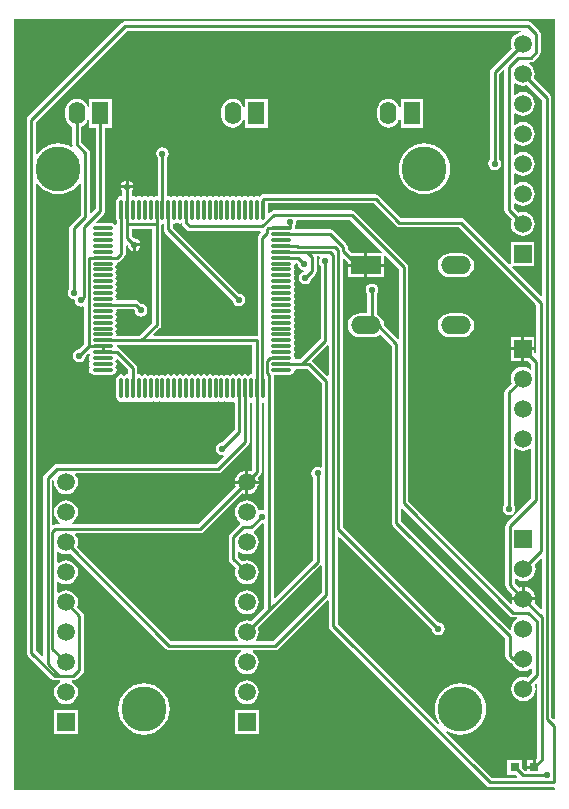
<source format=gtl>
G04*
G04 #@! TF.GenerationSoftware,Altium Limited,Altium Designer,18.1.6 (161)*
G04*
G04 Layer_Physical_Order=1*
G04 Layer_Color=255*
%FSLAX25Y25*%
%MOIN*%
G70*
G01*
G75*
%ADD11C,0.01000*%
%ADD16R,0.03150X0.03150*%
%ADD17O,0.07087X0.01181*%
%ADD18O,0.01181X0.07087*%
%ADD31C,0.06000*%
%ADD32R,0.06000X0.06000*%
%ADD33R,0.05906X0.05906*%
%ADD34C,0.05906*%
%ADD35C,0.15000*%
%ADD36R,0.05500X0.07500*%
%ADD37O,0.05500X0.07500*%
%ADD38R,0.10000X0.06000*%
%ADD39O,0.10000X0.06000*%
%ADD40C,0.02200*%
G36*
X26750Y211412D02*
Y208750D01*
X28971D01*
Y181734D01*
X27491Y180254D01*
X27029Y180446D01*
Y200326D01*
X26913Y200911D01*
X26581Y201407D01*
X24155Y203834D01*
Y209074D01*
X24517Y209224D01*
X25300Y209825D01*
X25902Y210609D01*
X26280Y211521D01*
X26750Y211412D01*
D02*
G37*
G36*
X56442Y176880D02*
X57063Y176756D01*
X57532Y176849D01*
X57619Y176415D01*
X57950Y175919D01*
X59150Y174719D01*
X59646Y174387D01*
X60232Y174271D01*
X83801D01*
X84008Y173771D01*
X83319Y173081D01*
X82987Y172585D01*
X82871Y172000D01*
Y139556D01*
X82627Y139356D01*
X48346D01*
X48154Y139818D01*
X50270Y141934D01*
X50602Y142430D01*
X50718Y143016D01*
Y176334D01*
X51153Y176757D01*
X51157Y176756D01*
X51210Y176767D01*
X51597Y176449D01*
Y174774D01*
X51713Y174189D01*
X52045Y173693D01*
X74464Y151273D01*
X74622Y150481D01*
X75086Y149786D01*
X75781Y149322D01*
X76600Y149159D01*
X77419Y149322D01*
X78114Y149786D01*
X78578Y150481D01*
X78741Y151300D01*
X78578Y152119D01*
X78114Y152814D01*
X77419Y153278D01*
X76627Y153436D01*
X54655Y175408D01*
Y176449D01*
X55042Y176767D01*
X55094Y176756D01*
X55715Y176880D01*
X56079Y177123D01*
X56442Y176880D01*
D02*
G37*
G36*
X47660Y143649D02*
X43367Y139356D01*
X36157D01*
X35840Y139743D01*
X35850Y139795D01*
X35727Y140416D01*
X35484Y140779D01*
X35727Y141143D01*
X35850Y141764D01*
X35727Y142384D01*
X35484Y142748D01*
X35727Y143112D01*
X35850Y143732D01*
X35727Y144353D01*
X35484Y144716D01*
X35727Y145080D01*
X35850Y145701D01*
X35727Y146321D01*
X35484Y146685D01*
X35727Y147049D01*
X35850Y147669D01*
X35840Y147722D01*
X36157Y148108D01*
X41629D01*
X41864Y147873D01*
X42022Y147081D01*
X42486Y146386D01*
X43181Y145922D01*
X44000Y145759D01*
X44819Y145922D01*
X45514Y146386D01*
X45978Y147081D01*
X46141Y147900D01*
X45978Y148719D01*
X45514Y149414D01*
X44819Y149878D01*
X44027Y150036D01*
X43344Y150719D01*
X42847Y151051D01*
X42262Y151167D01*
X36157D01*
X35840Y151554D01*
X35850Y151606D01*
X35727Y152227D01*
X35484Y152591D01*
X35727Y152954D01*
X35850Y153575D01*
X35727Y154195D01*
X35484Y154559D01*
X35727Y154923D01*
X35850Y155543D01*
X35727Y156164D01*
X35484Y156527D01*
X35727Y156891D01*
X35850Y157512D01*
X35727Y158132D01*
X35484Y158496D01*
X35727Y158860D01*
X35850Y159480D01*
X35727Y160101D01*
X35484Y160465D01*
X35727Y160828D01*
X35850Y161449D01*
X35727Y162069D01*
X35484Y162433D01*
X35727Y162797D01*
X35850Y163417D01*
X36262Y163909D01*
X36585Y163973D01*
X37081Y164304D01*
X38459Y165682D01*
X38791Y166179D01*
X38907Y166764D01*
Y169299D01*
X39407Y169577D01*
X39608Y169453D01*
X39722Y168881D01*
X40186Y168186D01*
X40881Y167722D01*
X41200Y167658D01*
Y169700D01*
X41700D01*
Y170200D01*
X43742D01*
X43678Y170519D01*
X43214Y171214D01*
X42519Y171678D01*
X41727Y171836D01*
X40876Y172687D01*
Y175071D01*
X47660D01*
Y143649D01*
D02*
G37*
G36*
X124368Y167269D02*
X124177Y166807D01*
X119465D01*
Y163307D01*
X124965D01*
Y166019D01*
X125426Y166211D01*
X130071Y161566D01*
Y138553D01*
X129609Y138361D01*
X124974Y142996D01*
X124862Y143851D01*
X124459Y144824D01*
X123817Y145660D01*
X122982Y146301D01*
X122529Y146488D01*
Y153109D01*
X122978Y153781D01*
X123141Y154600D01*
X122978Y155419D01*
X122514Y156114D01*
X121819Y156578D01*
X121000Y156741D01*
X120181Y156578D01*
X119486Y156114D01*
X119022Y155419D01*
X118859Y154600D01*
X119022Y153781D01*
X119471Y153109D01*
Y146842D01*
X116965D01*
X115920Y146704D01*
X114947Y146301D01*
X114112Y145660D01*
X113471Y144824D01*
X113068Y143851D01*
X112930Y142807D01*
X113068Y141763D01*
X113471Y140790D01*
X114112Y139954D01*
X114947Y139313D01*
X115920Y138910D01*
X116965Y138772D01*
X120965D01*
X122009Y138910D01*
X122982Y139313D01*
X123745Y139899D01*
X127571Y136074D01*
Y77100D01*
X127687Y76515D01*
X128019Y76019D01*
X165471Y38566D01*
Y32650D01*
X165587Y32064D01*
X165919Y31568D01*
X166919Y30568D01*
X167415Y30237D01*
X167786Y30163D01*
X168006Y29632D01*
X168647Y28797D01*
X169483Y28156D01*
X170456Y27753D01*
X171500Y27615D01*
X172544Y27753D01*
X173517Y28156D01*
X173971Y28504D01*
X174471Y28257D01*
Y26783D01*
X173032Y25345D01*
X172544Y25547D01*
X171500Y25684D01*
X170456Y25547D01*
X169483Y25144D01*
X168647Y24502D01*
X168006Y23667D01*
X167603Y22694D01*
X167465Y21650D01*
X167603Y20605D01*
X168006Y19632D01*
X168647Y18797D01*
X169483Y18156D01*
X170456Y17752D01*
X171500Y17615D01*
X172544Y17752D01*
X173517Y18156D01*
X174353Y18797D01*
X174994Y19632D01*
X175397Y20605D01*
X175534Y21650D01*
X175397Y22694D01*
X175195Y23182D01*
X175609Y23595D01*
X176071Y23404D01*
Y-1365D01*
X175598Y-1837D01*
Y-4500D01*
X175098D01*
Y-5000D01*
X172524D01*
Y-5671D01*
X171936D01*
X171177Y-4912D01*
Y-1925D01*
X166028D01*
Y-7075D01*
X169014D01*
X169448Y-7509D01*
X169257Y-7971D01*
X160933D01*
X145623Y7340D01*
X145924Y7746D01*
X147231Y7047D01*
X148834Y6561D01*
X150500Y6397D01*
X152166Y6561D01*
X153769Y7047D01*
X155245Y7836D01*
X156539Y8899D01*
X157602Y10193D01*
X158391Y11670D01*
X158877Y13272D01*
X159041Y14938D01*
X158877Y16604D01*
X158391Y18207D01*
X157602Y19683D01*
X156539Y20978D01*
X155245Y22040D01*
X153769Y22829D01*
X152166Y23315D01*
X150500Y23479D01*
X148834Y23315D01*
X147231Y22829D01*
X145755Y22040D01*
X144460Y20978D01*
X143398Y19683D01*
X142609Y18207D01*
X142123Y16604D01*
X141959Y14938D01*
X142123Y13272D01*
X142609Y11670D01*
X143308Y10362D01*
X142902Y10061D01*
X109699Y43264D01*
Y72185D01*
X110161Y72377D01*
X140915Y41622D01*
X141072Y40830D01*
X141536Y40136D01*
X142231Y39671D01*
X143050Y39509D01*
X143870Y39671D01*
X144564Y40136D01*
X145029Y40830D01*
X145192Y41650D01*
X145029Y42469D01*
X144564Y43164D01*
X143870Y43628D01*
X143078Y43785D01*
X111299Y75564D01*
Y164785D01*
X111760Y164977D01*
X112965Y163772D01*
Y163307D01*
X118465D01*
Y166807D01*
X114256D01*
X112907Y168156D01*
Y169000D01*
X112791Y169585D01*
X112459Y170081D01*
X108199Y174341D01*
X107703Y174673D01*
X107118Y174789D01*
X95606D01*
X95288Y175176D01*
X95299Y175228D01*
X95229Y175577D01*
Y175809D01*
X95678Y176481D01*
X95841Y177300D01*
X95765Y177684D01*
X96082Y178071D01*
X113567D01*
X124368Y167269D01*
D02*
G37*
G36*
X103626Y165325D02*
X103422Y165019D01*
X103259Y164200D01*
X103422Y163381D01*
X103871Y162709D01*
Y138333D01*
X97019Y131482D01*
X95606D01*
X95288Y131869D01*
X95299Y131921D01*
X95175Y132542D01*
X94933Y132905D01*
X95175Y133269D01*
X95299Y133890D01*
X95175Y134510D01*
X94932Y134874D01*
X95175Y135238D01*
X95299Y135858D01*
X95175Y136479D01*
X94933Y136842D01*
X95175Y137206D01*
X95299Y137827D01*
X95175Y138447D01*
X94932Y138811D01*
X95175Y139175D01*
X95299Y139795D01*
X95175Y140416D01*
X94933Y140779D01*
X95175Y141143D01*
X95299Y141764D01*
X95175Y142384D01*
X94932Y142748D01*
X95175Y143112D01*
X95299Y143732D01*
X95175Y144353D01*
X94933Y144716D01*
X95175Y145080D01*
X95299Y145701D01*
X95175Y146321D01*
X94932Y146685D01*
X95175Y147049D01*
X95299Y147669D01*
X95175Y148290D01*
X94932Y148653D01*
X95175Y149017D01*
X95299Y149638D01*
X95175Y150258D01*
X94933Y150622D01*
X95175Y150986D01*
X95299Y151606D01*
X95175Y152227D01*
X94932Y152591D01*
X95175Y152954D01*
X95299Y153575D01*
X95175Y154195D01*
X94933Y154559D01*
X95175Y154923D01*
X95299Y155543D01*
X95175Y156164D01*
X94932Y156527D01*
X95175Y156891D01*
X95299Y157512D01*
X95175Y158132D01*
X94933Y158496D01*
X95175Y158860D01*
X95299Y159480D01*
X95175Y160101D01*
X94932Y160465D01*
X95175Y160828D01*
X95299Y161449D01*
X95175Y162069D01*
X94933Y162433D01*
X95175Y162797D01*
X95299Y163417D01*
X95765Y163588D01*
X96010Y163599D01*
X96250Y163359D01*
X96408Y162566D01*
X96872Y161872D01*
X97566Y161408D01*
X98135Y161295D01*
X98432Y160811D01*
X98437Y160764D01*
X98390Y160664D01*
X97987Y160584D01*
X97292Y160120D01*
X96828Y159426D01*
X96665Y158606D01*
X96828Y157787D01*
X97292Y157092D01*
X97987Y156628D01*
X98806Y156465D01*
X99626Y156628D01*
X100320Y157092D01*
X100784Y157787D01*
X100942Y158579D01*
X102081Y159719D01*
X102413Y160215D01*
X102529Y160800D01*
Y165577D01*
X102733Y165825D01*
X103359D01*
X103626Y165325D01*
D02*
G37*
G36*
X170701Y240571D02*
X170169Y240501D01*
X169207Y240102D01*
X168382Y239469D01*
X167748Y238643D01*
X167350Y237682D01*
X167214Y236650D01*
X167350Y235618D01*
X167542Y235154D01*
X160819Y228430D01*
X160487Y227934D01*
X160371Y227349D01*
Y198191D01*
X159922Y197519D01*
X159759Y196700D01*
X159922Y195881D01*
X160386Y195186D01*
X161081Y194722D01*
X161900Y194559D01*
X162719Y194722D01*
X163414Y195186D01*
X163878Y195881D01*
X164041Y196700D01*
X163878Y197519D01*
X163429Y198191D01*
Y226715D01*
X164709Y227995D01*
X165171Y227803D01*
Y181150D01*
X165287Y180565D01*
X165619Y180069D01*
X167542Y178146D01*
X167350Y177682D01*
X167214Y176650D01*
X167350Y175618D01*
X167748Y174656D01*
X168382Y173830D01*
X169207Y173197D01*
X170169Y172799D01*
X171201Y172663D01*
X172233Y172799D01*
X173194Y173197D01*
X174020Y173830D01*
X174653Y174656D01*
X175052Y175618D01*
X175188Y176650D01*
X175052Y177682D01*
X174653Y178643D01*
X174020Y179469D01*
X173194Y180102D01*
X172233Y180501D01*
X171201Y180637D01*
X170169Y180501D01*
X169705Y180308D01*
X168229Y181784D01*
Y183317D01*
X168729Y183564D01*
X169207Y183197D01*
X170169Y182799D01*
X171201Y182663D01*
X172233Y182799D01*
X173194Y183197D01*
X174020Y183830D01*
X174653Y184656D01*
X175052Y185618D01*
X175188Y186650D01*
X175052Y187681D01*
X174653Y188643D01*
X174020Y189469D01*
X173194Y190102D01*
X172233Y190501D01*
X171201Y190637D01*
X170169Y190501D01*
X169207Y190102D01*
X168729Y189736D01*
X168229Y189982D01*
Y193317D01*
X168729Y193564D01*
X169207Y193197D01*
X170169Y192799D01*
X171201Y192663D01*
X172233Y192799D01*
X173194Y193197D01*
X174020Y193831D01*
X174653Y194656D01*
X175052Y195618D01*
X175188Y196650D01*
X175052Y197681D01*
X174653Y198643D01*
X174020Y199469D01*
X173194Y200102D01*
X172233Y200501D01*
X171201Y200637D01*
X170169Y200501D01*
X169207Y200102D01*
X168729Y199736D01*
X168229Y199982D01*
Y203317D01*
X168729Y203564D01*
X169207Y203197D01*
X170169Y202799D01*
X171201Y202663D01*
X172233Y202799D01*
X173194Y203197D01*
X174020Y203831D01*
X174653Y204656D01*
X175052Y205618D01*
X175188Y206650D01*
X175052Y207681D01*
X174653Y208643D01*
X174020Y209469D01*
X173194Y210102D01*
X172233Y210501D01*
X171201Y210636D01*
X170169Y210501D01*
X169207Y210102D01*
X168729Y209736D01*
X168229Y209982D01*
Y213317D01*
X168729Y213564D01*
X169207Y213197D01*
X170169Y212799D01*
X171201Y212663D01*
X172233Y212799D01*
X173194Y213197D01*
X174020Y213830D01*
X174653Y214656D01*
X175052Y215618D01*
X175188Y216650D01*
X175052Y217682D01*
X174653Y218643D01*
X174020Y219469D01*
X173194Y220102D01*
X172233Y220501D01*
X171201Y220637D01*
X170169Y220501D01*
X169207Y220102D01*
X168729Y219736D01*
X168229Y219982D01*
Y223317D01*
X168729Y223564D01*
X169207Y223197D01*
X170169Y222799D01*
X171201Y222663D01*
X172233Y222799D01*
X172697Y222991D01*
X177671Y218017D01*
Y152846D01*
X177209Y152654D01*
X167666Y162197D01*
X167873Y162697D01*
X175154D01*
Y170602D01*
X167248D01*
Y163322D01*
X166748Y163115D01*
X151681Y178181D01*
X151185Y178513D01*
X150600Y178629D01*
X130734D01*
X123281Y186081D01*
X122785Y186413D01*
X122200Y186529D01*
X84622D01*
X84037Y186413D01*
X83541Y186081D01*
X83320Y185751D01*
X83274Y185782D01*
X82654Y185905D01*
X82033Y185782D01*
X81669Y185539D01*
X81306Y185782D01*
X80685Y185905D01*
X80064Y185782D01*
X79701Y185539D01*
X79337Y185782D01*
X78717Y185905D01*
X78096Y185782D01*
X77732Y185539D01*
X77369Y185782D01*
X76748Y185905D01*
X76127Y185782D01*
X75764Y185539D01*
X75400Y185782D01*
X74780Y185905D01*
X74159Y185782D01*
X73795Y185539D01*
X73432Y185782D01*
X72811Y185905D01*
X72190Y185782D01*
X71827Y185539D01*
X71463Y185782D01*
X70843Y185905D01*
X70222Y185782D01*
X69858Y185539D01*
X69495Y185782D01*
X68874Y185905D01*
X68253Y185782D01*
X67890Y185539D01*
X67526Y185782D01*
X66906Y185905D01*
X66285Y185782D01*
X65921Y185539D01*
X65558Y185782D01*
X64937Y185905D01*
X64316Y185782D01*
X63953Y185539D01*
X63589Y185782D01*
X62969Y185905D01*
X62348Y185782D01*
X61984Y185539D01*
X61621Y185782D01*
X61000Y185905D01*
X60379Y185782D01*
X60016Y185539D01*
X59652Y185782D01*
X59032Y185905D01*
X58411Y185782D01*
X58047Y185539D01*
X57684Y185782D01*
X57063Y185905D01*
X56442Y185782D01*
X56079Y185539D01*
X55715Y185782D01*
X55094Y185905D01*
X54474Y185782D01*
X54110Y185539D01*
X53747Y185782D01*
X53126Y185905D01*
X53073Y185895D01*
X52687Y186212D01*
Y198509D01*
X53136Y199181D01*
X53298Y200000D01*
X53136Y200819D01*
X52671Y201514D01*
X51977Y201978D01*
X51157Y202141D01*
X50338Y201978D01*
X49643Y201514D01*
X49179Y200819D01*
X49016Y200000D01*
X49179Y199181D01*
X49628Y198509D01*
Y186212D01*
X49242Y185895D01*
X49189Y185905D01*
X48568Y185782D01*
X48205Y185539D01*
X47841Y185782D01*
X47220Y185905D01*
X46600Y185782D01*
X46236Y185539D01*
X45873Y185782D01*
X45252Y185905D01*
X44631Y185782D01*
X44268Y185539D01*
X43904Y185782D01*
X43283Y185905D01*
X42663Y185782D01*
X42299Y185539D01*
X41936Y185782D01*
X41315Y185905D01*
X41262Y185895D01*
X40876Y186212D01*
Y187559D01*
X41325Y188231D01*
X41388Y188550D01*
X37305D01*
X37368Y188231D01*
X37817Y187559D01*
Y186212D01*
X37431Y185895D01*
X37378Y185905D01*
X36757Y185782D01*
X36231Y185430D01*
X35880Y184904D01*
X35756Y184283D01*
Y178378D01*
X35849Y177914D01*
Y176566D01*
X35495Y176423D01*
X35349Y176393D01*
X34849Y176726D01*
X34228Y176850D01*
X29066D01*
X28875Y177312D01*
X31581Y180019D01*
X31913Y180515D01*
X32029Y181100D01*
Y208750D01*
X34250D01*
Y218250D01*
X26750D01*
Y215588D01*
X26280Y215479D01*
X25902Y216391D01*
X25300Y217175D01*
X24517Y217776D01*
X23605Y218154D01*
X22626Y218282D01*
X21647Y218154D01*
X20735Y217776D01*
X19951Y217175D01*
X19350Y216391D01*
X18972Y215479D01*
X18844Y214500D01*
Y212500D01*
X18972Y211521D01*
X19350Y210609D01*
X19951Y209825D01*
X20735Y209224D01*
X21097Y209074D01*
Y203200D01*
X21197Y202694D01*
X21022Y202489D01*
X20796Y202342D01*
X19769Y202891D01*
X18166Y203377D01*
X16500Y203541D01*
X14834Y203377D01*
X13231Y202891D01*
X11755Y202102D01*
X10460Y201040D01*
X9529Y199905D01*
X9029Y200084D01*
Y210767D01*
X39334Y241071D01*
X170668D01*
X170701Y240571D01*
D02*
G37*
G36*
X129019Y176019D02*
X129515Y175687D01*
X130100Y175571D01*
X149967D01*
X175771Y149767D01*
Y133716D01*
X175271Y133452D01*
X175154Y133532D01*
Y134500D01*
X171701D01*
Y131047D01*
X172991D01*
X174171Y129867D01*
Y128334D01*
X173671Y128087D01*
X173194Y128453D01*
X172233Y128851D01*
X171201Y128987D01*
X170169Y128851D01*
X169207Y128453D01*
X168382Y127819D01*
X167748Y126993D01*
X167350Y126032D01*
X167214Y125000D01*
X167350Y123968D01*
X167542Y123504D01*
X165619Y121581D01*
X165287Y121084D01*
X165171Y120499D01*
Y83091D01*
X164722Y82419D01*
X164559Y81600D01*
X164722Y80781D01*
X165186Y80086D01*
X165881Y79622D01*
X166700Y79459D01*
X167519Y79622D01*
X168214Y80086D01*
X168678Y80781D01*
X168841Y81600D01*
X168678Y82419D01*
X168229Y83091D01*
Y101667D01*
X168729Y101914D01*
X169207Y101547D01*
X170169Y101149D01*
X171201Y101013D01*
X172233Y101149D01*
X173194Y101547D01*
X173671Y101913D01*
X174171Y101666D01*
Y85156D01*
X165919Y76904D01*
X165587Y76408D01*
X165471Y75823D01*
Y56150D01*
X165587Y55564D01*
X165919Y55068D01*
X167805Y53182D01*
X167603Y52694D01*
X167531Y52150D01*
X171000D01*
Y55618D01*
X170456Y55547D01*
X169968Y55345D01*
X168529Y56783D01*
Y58257D01*
X169029Y58504D01*
X169483Y58156D01*
X170456Y57753D01*
X171500Y57615D01*
X172544Y57753D01*
X173517Y58156D01*
X174353Y58797D01*
X174994Y59632D01*
X175397Y60605D01*
X175534Y61650D01*
X175397Y62694D01*
X175195Y63182D01*
X177209Y65195D01*
X177671Y65004D01*
Y48295D01*
X177209Y48104D01*
X175195Y50117D01*
X175397Y50605D01*
X175469Y51150D01*
X167531D01*
X167603Y50605D01*
X167771Y50199D01*
X167348Y49915D01*
X133129Y84133D01*
Y162200D01*
X133013Y162785D01*
X132681Y163281D01*
X115281Y180681D01*
X114785Y181013D01*
X114200Y181129D01*
X88275D01*
X87690Y181013D01*
X87194Y180681D01*
X86706Y180193D01*
X86244Y180385D01*
Y183471D01*
X121566D01*
X129019Y176019D01*
D02*
G37*
G36*
X81116Y126765D02*
X80730Y126447D01*
X80685Y126456D01*
X80064Y126333D01*
X79701Y126090D01*
X79337Y126333D01*
X78717Y126456D01*
X78096Y126333D01*
X77732Y126090D01*
X77369Y126333D01*
X76748Y126456D01*
X76127Y126333D01*
X75764Y126090D01*
X75400Y126333D01*
X74780Y126456D01*
X74159Y126333D01*
X73795Y126090D01*
X73432Y126333D01*
X72811Y126456D01*
X72190Y126333D01*
X71827Y126090D01*
X71463Y126333D01*
X70843Y126456D01*
X70222Y126333D01*
X69858Y126090D01*
X69495Y126333D01*
X68874Y126456D01*
X68253Y126333D01*
X67890Y126090D01*
X67526Y126333D01*
X66906Y126456D01*
X66285Y126333D01*
X65921Y126090D01*
X65558Y126333D01*
X64937Y126456D01*
X64316Y126333D01*
X63953Y126090D01*
X63589Y126333D01*
X62969Y126456D01*
X62348Y126333D01*
X61984Y126090D01*
X61621Y126333D01*
X61000Y126456D01*
X60379Y126333D01*
X60016Y126090D01*
X59652Y126333D01*
X59032Y126456D01*
X58411Y126333D01*
X58047Y126090D01*
X57684Y126333D01*
X57063Y126456D01*
X56442Y126333D01*
X56079Y126090D01*
X55715Y126333D01*
X55094Y126456D01*
X54474Y126333D01*
X54110Y126090D01*
X53747Y126333D01*
X53126Y126456D01*
X52505Y126333D01*
X52142Y126090D01*
X51778Y126333D01*
X51157Y126456D01*
X50537Y126333D01*
X50173Y126090D01*
X49810Y126333D01*
X49189Y126456D01*
X48568Y126333D01*
X48205Y126090D01*
X47841Y126333D01*
X47220Y126456D01*
X46600Y126333D01*
X46236Y126090D01*
X45873Y126333D01*
X45252Y126456D01*
X44631Y126333D01*
X44268Y126090D01*
X43904Y126333D01*
X43283Y126456D01*
X43231Y126446D01*
X42844Y126763D01*
Y128575D01*
X42728Y129160D01*
X42396Y129656D01*
X37081Y134971D01*
X36585Y135303D01*
X36262Y135367D01*
X35850Y135858D01*
X35840Y135911D01*
X36157Y136297D01*
X81100D01*
X81116Y126765D01*
D02*
G37*
G36*
X10460Y188961D02*
X11755Y187898D01*
X13231Y187109D01*
X14834Y186623D01*
X16500Y186459D01*
X18166Y186623D01*
X19769Y187109D01*
X21245Y187898D01*
X22539Y188961D01*
X23471Y190095D01*
X23971Y189916D01*
Y179734D01*
X20619Y176381D01*
X20287Y175885D01*
X20171Y175300D01*
Y155097D01*
X19722Y154426D01*
X19559Y153606D01*
X19722Y152787D01*
X20186Y152092D01*
X20881Y151628D01*
X21700Y151465D01*
X21900Y150995D01*
X22022Y150381D01*
X22486Y149686D01*
X23181Y149222D01*
X24000Y149059D01*
X24571Y149172D01*
X25071Y148834D01*
Y136492D01*
X23423Y134844D01*
X22631Y134687D01*
X21936Y134223D01*
X21472Y133528D01*
X21309Y132709D01*
X21472Y131889D01*
X21936Y131195D01*
X22631Y130730D01*
X23450Y130568D01*
X24270Y130730D01*
X24964Y131195D01*
X25429Y131889D01*
X25586Y132682D01*
X26342Y133437D01*
X26756Y133311D01*
X26847Y133235D01*
X27068Y132905D01*
X26825Y132542D01*
X26701Y131921D01*
X26825Y131301D01*
X27068Y130937D01*
X26825Y130573D01*
X26701Y129953D01*
X26825Y129332D01*
X27068Y128968D01*
X26825Y128605D01*
X26701Y127984D01*
X26825Y127364D01*
X27176Y126838D01*
X27702Y126486D01*
X28323Y126363D01*
X34228D01*
X34849Y126486D01*
X35375Y126838D01*
X35727Y127364D01*
X35850Y127984D01*
X35727Y128605D01*
X35484Y128968D01*
X35727Y129332D01*
X35850Y129953D01*
X35727Y130573D01*
X35484Y130937D01*
X35727Y131301D01*
X35739Y131364D01*
X36218Y131509D01*
X39786Y127941D01*
Y126763D01*
X39399Y126446D01*
X39346Y126456D01*
X38726Y126333D01*
X38362Y126090D01*
X37999Y126333D01*
X37378Y126456D01*
X36757Y126333D01*
X36231Y125981D01*
X35880Y125455D01*
X35756Y124835D01*
Y118929D01*
X35880Y118308D01*
X36231Y117782D01*
X36757Y117431D01*
X37378Y117307D01*
X37999Y117431D01*
X38362Y117674D01*
X38726Y117431D01*
X39346Y117307D01*
X39967Y117431D01*
X40331Y117674D01*
X40694Y117431D01*
X41315Y117307D01*
X41936Y117431D01*
X42299Y117674D01*
X42663Y117431D01*
X43283Y117307D01*
X43904Y117431D01*
X44268Y117674D01*
X44631Y117431D01*
X45252Y117307D01*
X45873Y117431D01*
X46236Y117674D01*
X46600Y117431D01*
X47220Y117307D01*
X47841Y117431D01*
X48205Y117674D01*
X48568Y117431D01*
X49189Y117307D01*
X49810Y117431D01*
X50173Y117674D01*
X50537Y117431D01*
X51157Y117307D01*
X51778Y117431D01*
X52142Y117674D01*
X52505Y117431D01*
X53126Y117307D01*
X53747Y117431D01*
X54110Y117674D01*
X54474Y117431D01*
X55094Y117307D01*
X55715Y117431D01*
X56079Y117674D01*
X56442Y117431D01*
X57063Y117307D01*
X57684Y117431D01*
X58047Y117674D01*
X58411Y117431D01*
X59032Y117307D01*
X59652Y117431D01*
X60016Y117674D01*
X60379Y117431D01*
X61000Y117307D01*
X61621Y117431D01*
X61984Y117674D01*
X62348Y117431D01*
X62969Y117307D01*
X63589Y117431D01*
X63953Y117674D01*
X64316Y117431D01*
X64937Y117307D01*
X65558Y117431D01*
X65921Y117674D01*
X66285Y117431D01*
X66906Y117307D01*
X67526Y117431D01*
X67890Y117674D01*
X68253Y117431D01*
X68874Y117307D01*
X69495Y117431D01*
X69858Y117674D01*
X70222Y117431D01*
X70843Y117307D01*
X71463Y117431D01*
X71827Y117674D01*
X72190Y117431D01*
X72811Y117307D01*
X73432Y117431D01*
X73795Y117674D01*
X74159Y117431D01*
X74780Y117307D01*
X74832Y117318D01*
X75219Y117001D01*
Y107982D01*
X71073Y103836D01*
X70281Y103678D01*
X69586Y103214D01*
X69122Y102519D01*
X68959Y101700D01*
X69122Y100881D01*
X69586Y100186D01*
X70281Y99722D01*
X71100Y99559D01*
X71481Y99635D01*
X71728Y99174D01*
X69183Y96629D01*
X16000D01*
X15415Y96513D01*
X14919Y96181D01*
X11819Y93081D01*
X11487Y92585D01*
X11371Y92000D01*
Y32646D01*
X10909Y32454D01*
X9029Y34334D01*
Y189916D01*
X9529Y190095D01*
X10460Y188961D01*
D02*
G37*
G36*
X106640Y136070D02*
Y126129D01*
X106178Y125938D01*
X101081Y131034D01*
X101065Y131202D01*
X106140Y136277D01*
X106640Y136070D01*
D02*
G37*
G36*
X85123Y117013D02*
Y81587D01*
X84623Y81177D01*
X84300Y81241D01*
X83709Y81124D01*
X83165Y81423D01*
X83151Y81532D01*
X82753Y82493D01*
X82119Y83319D01*
X81293Y83953D01*
X80332Y84351D01*
X79300Y84487D01*
X78268Y84351D01*
X77307Y83953D01*
X76481Y83319D01*
X75847Y82493D01*
X75449Y81532D01*
X75313Y80500D01*
X75449Y79468D01*
X75847Y78507D01*
X76481Y77681D01*
X77032Y77258D01*
X77016Y76647D01*
X76919Y76581D01*
X73719Y73381D01*
X73387Y72885D01*
X73271Y72300D01*
Y65000D01*
X73387Y64415D01*
X73719Y63919D01*
X75641Y61996D01*
X75449Y61532D01*
X75313Y60500D01*
X75449Y59468D01*
X75847Y58507D01*
X76481Y57681D01*
X77307Y57047D01*
X78268Y56649D01*
X79300Y56513D01*
X80332Y56649D01*
X81293Y57047D01*
X82119Y57681D01*
X82753Y58507D01*
X83151Y59468D01*
X83287Y60500D01*
X83151Y61532D01*
X82753Y62493D01*
X82119Y63319D01*
X81293Y63953D01*
X80332Y64351D01*
X79300Y64487D01*
X78268Y64351D01*
X77804Y64159D01*
X76329Y65633D01*
Y67167D01*
X76829Y67413D01*
X77307Y67047D01*
X78268Y66649D01*
X79300Y66513D01*
X80332Y66649D01*
X81293Y67047D01*
X82119Y67681D01*
X82753Y68507D01*
X83151Y69468D01*
X83287Y70500D01*
X83151Y71532D01*
X82753Y72493D01*
X82119Y73319D01*
X81615Y73706D01*
X81635Y74321D01*
X81781Y74419D01*
X84327Y76964D01*
X84623Y77023D01*
X85123Y76613D01*
Y48486D01*
X80796Y44159D01*
X80332Y44351D01*
X79300Y44487D01*
X78268Y44351D01*
X77307Y43953D01*
X76481Y43319D01*
X75847Y42493D01*
X75449Y41532D01*
X75313Y40500D01*
X75449Y39468D01*
X75847Y38507D01*
X76213Y38029D01*
X75967Y37529D01*
X54133D01*
X22659Y69004D01*
X22851Y69468D01*
X22987Y70500D01*
X22851Y71532D01*
X22453Y72493D01*
X22087Y72971D01*
X22333Y73471D01*
X63800D01*
X64385Y73587D01*
X64881Y73919D01*
X77804Y86841D01*
X78268Y86649D01*
X78800Y86579D01*
Y90000D01*
X75379D01*
X75449Y89468D01*
X75641Y89004D01*
X63166Y76529D01*
X21050D01*
X20950Y77029D01*
X20993Y77047D01*
X21819Y77681D01*
X22453Y78507D01*
X22851Y79468D01*
X22987Y80500D01*
X22851Y81532D01*
X22453Y82493D01*
X21819Y83319D01*
X20993Y83953D01*
X20032Y84351D01*
X19000Y84487D01*
X17968Y84351D01*
X17007Y83953D01*
X16181Y83319D01*
X15547Y82493D01*
X15149Y81532D01*
X15013Y80500D01*
X15149Y79468D01*
X15547Y78507D01*
X16181Y77681D01*
X17007Y77047D01*
X17050Y77029D01*
X16950Y76529D01*
X15500D01*
X14929Y76416D01*
X14840Y76402D01*
X14429Y76682D01*
Y91143D01*
X14611Y91275D01*
X15079Y90997D01*
X15013Y90500D01*
X15149Y89468D01*
X15547Y88507D01*
X16181Y87681D01*
X17007Y87047D01*
X17968Y86649D01*
X19000Y86513D01*
X20032Y86649D01*
X20993Y87047D01*
X21819Y87681D01*
X22453Y88507D01*
X22851Y89468D01*
X22987Y90500D01*
X22851Y91532D01*
X22453Y92493D01*
X22010Y93071D01*
X22256Y93571D01*
X69817D01*
X70402Y93687D01*
X70898Y94019D01*
X79798Y102919D01*
X80130Y103415D01*
X80246Y104000D01*
Y117001D01*
X80633Y117318D01*
X80685Y117307D01*
X80738Y117318D01*
X81124Y117001D01*
Y94487D01*
X80796Y94159D01*
X80332Y94351D01*
X79800Y94421D01*
Y91000D01*
X83221D01*
X83151Y91532D01*
X82959Y91996D01*
X83735Y92772D01*
X84067Y93268D01*
X84183Y93854D01*
Y117001D01*
X84570Y117318D01*
X84622Y117307D01*
X84737Y117330D01*
X85123Y117013D01*
D02*
G37*
G36*
X104271Y123519D02*
Y95640D01*
X103830Y95404D01*
X103719Y95478D01*
X102900Y95641D01*
X102081Y95478D01*
X101386Y95014D01*
X100922Y94319D01*
X100759Y93500D01*
X100922Y92681D01*
X101371Y92009D01*
Y64733D01*
X88644Y52007D01*
X88182Y52198D01*
Y126147D01*
X88359Y126363D01*
X93677D01*
X94298Y126486D01*
X94824Y126838D01*
X95175Y127364D01*
X95299Y127984D01*
X95288Y128037D01*
X95606Y128423D01*
X99366D01*
X104271Y123519D01*
D02*
G37*
G36*
X166919Y46019D02*
X167415Y45687D01*
X168000Y45571D01*
X169256D01*
X169311Y45467D01*
X169388Y45071D01*
X168647Y44502D01*
X168006Y43667D01*
X167603Y42694D01*
X167465Y41650D01*
X167478Y41554D01*
X167030Y41333D01*
X130629Y77733D01*
Y81654D01*
X131091Y81846D01*
X166919Y46019D01*
D02*
G37*
G36*
X104271Y62601D02*
Y53633D01*
X88166Y37529D01*
X82633D01*
X82387Y38029D01*
X82753Y38507D01*
X83151Y39468D01*
X83287Y40500D01*
X83151Y41532D01*
X82959Y41996D01*
X87734Y46771D01*
X103771Y62808D01*
X104271Y62601D01*
D02*
G37*
G36*
X181971Y11746D02*
X181509Y11554D01*
X180729Y12333D01*
Y218650D01*
X180613Y219236D01*
X180281Y219732D01*
X174860Y225154D01*
X175052Y225618D01*
X175188Y226650D01*
X175052Y227681D01*
X174653Y228643D01*
X174020Y229469D01*
X173236Y230071D01*
X173235Y230127D01*
X173573Y230571D01*
X174000D01*
X174585Y230687D01*
X175081Y231019D01*
X176781Y232719D01*
X177113Y233215D01*
X177229Y233800D01*
Y240000D01*
X177113Y240585D01*
X176781Y241081D01*
X174181Y243681D01*
X173685Y244013D01*
X173100Y244129D01*
X38700D01*
X38115Y244013D01*
X37619Y243681D01*
X6419Y212481D01*
X6087Y211985D01*
X5971Y211400D01*
Y33700D01*
X6087Y33115D01*
X6419Y32619D01*
X14119Y24919D01*
X14615Y24587D01*
X15200Y24471D01*
X16950D01*
X17050Y23971D01*
X17007Y23953D01*
X16181Y23319D01*
X15547Y22493D01*
X15149Y21532D01*
X15013Y20500D01*
X15149Y19468D01*
X15547Y18507D01*
X16181Y17681D01*
X17007Y17047D01*
X17968Y16649D01*
X19000Y16513D01*
X20032Y16649D01*
X20993Y17047D01*
X21819Y17681D01*
X22453Y18507D01*
X22851Y19468D01*
X22987Y20500D01*
X22851Y21532D01*
X22453Y22493D01*
X21819Y23319D01*
X20993Y23953D01*
X20950Y23971D01*
X21050Y24471D01*
X21500D01*
X22085Y24587D01*
X22581Y24919D01*
X24581Y26919D01*
X24913Y27415D01*
X25029Y28000D01*
Y46000D01*
X24913Y46585D01*
X24581Y47081D01*
X22659Y49004D01*
X22851Y49468D01*
X22987Y50500D01*
X22851Y51532D01*
X22453Y52493D01*
X21819Y53319D01*
X20993Y53953D01*
X20032Y54351D01*
X19000Y54487D01*
X17968Y54351D01*
X17007Y53953D01*
X16529Y53587D01*
X16029Y53833D01*
Y57167D01*
X16529Y57413D01*
X17007Y57047D01*
X17968Y56649D01*
X19000Y56513D01*
X20032Y56649D01*
X20993Y57047D01*
X21819Y57681D01*
X22453Y58507D01*
X22851Y59468D01*
X22987Y60500D01*
X22851Y61532D01*
X22453Y62493D01*
X21819Y63319D01*
X20993Y63953D01*
X20032Y64351D01*
X19000Y64487D01*
X17968Y64351D01*
X17007Y63953D01*
X16529Y63587D01*
X16029Y63833D01*
Y67167D01*
X16529Y67413D01*
X17007Y67047D01*
X17968Y66649D01*
X19000Y66513D01*
X20032Y66649D01*
X20496Y66841D01*
X52419Y34919D01*
X52915Y34587D01*
X53500Y34471D01*
X77250D01*
X77350Y33971D01*
X77307Y33953D01*
X76481Y33319D01*
X75847Y32493D01*
X75449Y31532D01*
X75313Y30500D01*
X75449Y29468D01*
X75847Y28507D01*
X76481Y27681D01*
X77307Y27047D01*
X78268Y26649D01*
X79300Y26513D01*
X80332Y26649D01*
X81293Y27047D01*
X82119Y27681D01*
X82753Y28507D01*
X83151Y29468D01*
X83287Y30500D01*
X83151Y31532D01*
X82753Y32493D01*
X82119Y33319D01*
X81293Y33953D01*
X81250Y33971D01*
X81350Y34471D01*
X88800D01*
X89385Y34587D01*
X89881Y34919D01*
X106178Y51215D01*
X106640Y51024D01*
Y42631D01*
X106756Y42046D01*
X107088Y41549D01*
X159219Y-10581D01*
X159715Y-10913D01*
X160300Y-11029D01*
X181600D01*
X181971Y-11333D01*
Y-11971D01*
X1529D01*
Y244971D01*
X181971D01*
Y11746D01*
D02*
G37*
%LPC*%
G36*
X43742Y169200D02*
X42200D01*
Y167658D01*
X42519Y167722D01*
X43214Y168186D01*
X43678Y168881D01*
X43742Y169200D01*
D02*
G37*
G36*
X124965Y162307D02*
X119465D01*
Y158807D01*
X124965D01*
Y162307D01*
D02*
G37*
G36*
X118465D02*
X112965D01*
Y158807D01*
X118465D01*
Y162307D01*
D02*
G37*
G36*
X174598Y-1925D02*
X172524D01*
Y-4000D01*
X174598D01*
Y-1925D01*
D02*
G37*
G36*
X126500Y218282D02*
X125521Y218154D01*
X124609Y217776D01*
X123826Y217175D01*
X123224Y216391D01*
X122846Y215479D01*
X122718Y214500D01*
Y212500D01*
X122846Y211521D01*
X123224Y210609D01*
X123826Y209825D01*
X124609Y209224D01*
X125521Y208846D01*
X126500Y208718D01*
X127479Y208846D01*
X128391Y209224D01*
X129174Y209825D01*
X129776Y210609D01*
X130154Y211521D01*
X130624Y211412D01*
Y208750D01*
X138124D01*
Y218250D01*
X130624D01*
Y215588D01*
X130154Y215479D01*
X129776Y216391D01*
X129174Y217175D01*
X128391Y217776D01*
X127479Y218154D01*
X126500Y218282D01*
D02*
G37*
G36*
X74563D02*
X73584Y218154D01*
X72672Y217776D01*
X71889Y217175D01*
X71287Y216391D01*
X70910Y215479D01*
X70781Y214500D01*
Y212500D01*
X70910Y211521D01*
X71287Y210609D01*
X71889Y209825D01*
X72672Y209224D01*
X73584Y208846D01*
X74563Y208718D01*
X75542Y208846D01*
X76454Y209224D01*
X77237Y209825D01*
X77839Y210609D01*
X78216Y211521D01*
X78687Y211412D01*
Y208750D01*
X86187D01*
Y218250D01*
X78687D01*
Y215588D01*
X78216Y215479D01*
X77839Y216391D01*
X77237Y217175D01*
X76454Y217776D01*
X75542Y218154D01*
X74563Y218282D01*
D02*
G37*
G36*
X39846Y191092D02*
Y189550D01*
X41388D01*
X41325Y189870D01*
X40860Y190564D01*
X40166Y191029D01*
X39846Y191092D01*
D02*
G37*
G36*
X38846D02*
X38527Y191029D01*
X37832Y190564D01*
X37368Y189870D01*
X37305Y189550D01*
X38846D01*
Y191092D01*
D02*
G37*
G36*
X138500Y203541D02*
X136834Y203377D01*
X135231Y202891D01*
X133755Y202102D01*
X132460Y201040D01*
X131398Y199745D01*
X130609Y198269D01*
X130123Y196666D01*
X129959Y195000D01*
X130123Y193334D01*
X130609Y191731D01*
X131398Y190255D01*
X132460Y188961D01*
X133755Y187898D01*
X135231Y187109D01*
X136834Y186623D01*
X138500Y186459D01*
X140166Y186623D01*
X141769Y187109D01*
X143245Y187898D01*
X144539Y188961D01*
X145602Y190255D01*
X146391Y191731D01*
X146877Y193334D01*
X147041Y195000D01*
X146877Y196666D01*
X146391Y198269D01*
X145602Y199745D01*
X144539Y201040D01*
X143245Y202102D01*
X141769Y202891D01*
X140166Y203377D01*
X138500Y203541D01*
D02*
G37*
G36*
X150965Y166841D02*
X146965D01*
X145920Y166704D01*
X144947Y166301D01*
X144112Y165660D01*
X143471Y164824D01*
X143068Y163851D01*
X142930Y162807D01*
X143068Y161763D01*
X143471Y160790D01*
X144112Y159954D01*
X144947Y159313D01*
X145920Y158910D01*
X146965Y158773D01*
X150965D01*
X152009Y158910D01*
X152982Y159313D01*
X153817Y159954D01*
X154459Y160790D01*
X154862Y161763D01*
X154999Y162807D01*
X154862Y163851D01*
X154459Y164824D01*
X153817Y165660D01*
X152982Y166301D01*
X152009Y166704D01*
X150965Y166841D01*
D02*
G37*
G36*
Y146842D02*
X146965D01*
X145920Y146704D01*
X144947Y146301D01*
X144112Y145660D01*
X143471Y144824D01*
X143068Y143851D01*
X142930Y142807D01*
X143068Y141763D01*
X143471Y140790D01*
X144112Y139954D01*
X144947Y139313D01*
X145920Y138910D01*
X146965Y138772D01*
X150965D01*
X152009Y138910D01*
X152982Y139313D01*
X153817Y139954D01*
X154459Y140790D01*
X154862Y141763D01*
X154999Y142807D01*
X154862Y143851D01*
X154459Y144824D01*
X153817Y145660D01*
X152982Y146301D01*
X152009Y146704D01*
X150965Y146842D01*
D02*
G37*
G36*
X175154Y138953D02*
X171701D01*
Y135500D01*
X175154D01*
Y138953D01*
D02*
G37*
G36*
X170701D02*
X167248D01*
Y135500D01*
X170701D01*
Y138953D01*
D02*
G37*
G36*
Y134500D02*
X167248D01*
Y131047D01*
X170701D01*
Y134500D01*
D02*
G37*
G36*
X172000Y55618D02*
Y52150D01*
X175469D01*
X175397Y52694D01*
X174994Y53667D01*
X174353Y54502D01*
X173517Y55144D01*
X172544Y55547D01*
X172000Y55618D01*
D02*
G37*
G36*
X78800Y94421D02*
X78268Y94351D01*
X77307Y93953D01*
X76481Y93319D01*
X75847Y92493D01*
X75449Y91532D01*
X75379Y91000D01*
X78800D01*
Y94421D01*
D02*
G37*
G36*
X83221Y90000D02*
X79800D01*
Y86579D01*
X80332Y86649D01*
X81293Y87047D01*
X82119Y87681D01*
X82753Y88507D01*
X83151Y89468D01*
X83221Y90000D01*
D02*
G37*
G36*
X79300Y54487D02*
X78268Y54351D01*
X77307Y53953D01*
X76481Y53319D01*
X75847Y52493D01*
X75449Y51532D01*
X75313Y50500D01*
X75449Y49468D01*
X75847Y48507D01*
X76481Y47681D01*
X77307Y47047D01*
X78268Y46649D01*
X79300Y46513D01*
X80332Y46649D01*
X81293Y47047D01*
X82119Y47681D01*
X82753Y48507D01*
X83151Y49468D01*
X83287Y50500D01*
X83151Y51532D01*
X82753Y52493D01*
X82119Y53319D01*
X81293Y53953D01*
X80332Y54351D01*
X79300Y54487D01*
D02*
G37*
G36*
Y24487D02*
X78268Y24351D01*
X77307Y23953D01*
X76481Y23319D01*
X75847Y22493D01*
X75449Y21532D01*
X75313Y20500D01*
X75449Y19468D01*
X75847Y18507D01*
X76481Y17681D01*
X77307Y17047D01*
X78268Y16649D01*
X79300Y16513D01*
X80332Y16649D01*
X81293Y17047D01*
X82119Y17681D01*
X82753Y18507D01*
X83151Y19468D01*
X83287Y20500D01*
X83151Y21532D01*
X82753Y22493D01*
X82119Y23319D01*
X81293Y23953D01*
X80332Y24351D01*
X79300Y24487D01*
D02*
G37*
G36*
X83253Y14453D02*
X75347D01*
Y6547D01*
X83253D01*
Y14453D01*
D02*
G37*
G36*
X22953D02*
X15047D01*
Y6547D01*
X22953D01*
Y14453D01*
D02*
G37*
G36*
X45000Y23479D02*
X43334Y23315D01*
X41732Y22829D01*
X40255Y22040D01*
X38960Y20978D01*
X37898Y19683D01*
X37109Y18207D01*
X36623Y16604D01*
X36459Y14938D01*
X36623Y13272D01*
X37109Y11670D01*
X37898Y10193D01*
X38960Y8899D01*
X40255Y7836D01*
X41732Y7047D01*
X43334Y6561D01*
X45000Y6397D01*
X46666Y6561D01*
X48268Y7047D01*
X49745Y7836D01*
X51039Y8899D01*
X52102Y10193D01*
X52891Y11670D01*
X53377Y13272D01*
X53541Y14938D01*
X53377Y16604D01*
X52891Y18207D01*
X52102Y19683D01*
X51039Y20978D01*
X49745Y22040D01*
X48268Y22829D01*
X46666Y23315D01*
X45000Y23479D01*
D02*
G37*
%LPD*%
D11*
X93700Y175228D02*
Y177300D01*
X99223Y167354D02*
X106954D01*
X86653Y47853D02*
X102900Y64100D01*
X79300Y40500D02*
X86653Y47853D01*
X49189Y143016D02*
Y176600D01*
X44000Y137827D02*
X82627D01*
X31276D02*
X44000D01*
X39346Y172054D02*
Y176600D01*
X121000Y142807D02*
X123000D01*
X121000D02*
Y154600D01*
X84622Y185000D02*
X122200D01*
X16800Y26000D02*
X21500D01*
X15200D02*
X16800D01*
X97653Y129953D02*
X100000D01*
X90724D02*
X97653D01*
X96386Y165386D02*
X98386Y163386D01*
X161900Y196700D02*
Y227349D01*
X171201Y236650D01*
Y226650D02*
X179200Y218650D01*
Y11700D02*
Y218650D01*
Y11700D02*
X181600Y9300D01*
Y-9500D02*
Y9300D01*
X160300Y-9500D02*
X181600D01*
X108169Y42631D02*
X160300Y-9500D01*
X108169Y42631D02*
Y166139D01*
X106954Y167354D02*
X108169Y166139D01*
X22626Y203200D02*
Y213500D01*
Y203200D02*
X25500Y200326D01*
Y179100D02*
Y200326D01*
X21700Y175300D02*
X25500Y179100D01*
X21700Y153606D02*
Y175300D01*
X30500Y181100D02*
Y213500D01*
X25000Y175600D02*
X30500Y181100D01*
X25000Y152200D02*
Y175600D01*
X24000Y151200D02*
X25000Y152200D01*
X102900Y64100D02*
Y93500D01*
X87000Y131921D02*
X90724D01*
X86000Y130921D02*
X87000Y131921D01*
X86000Y126800D02*
Y130921D01*
Y126800D02*
X86653Y126147D01*
Y47853D02*
Y126147D01*
X171500Y51650D02*
X177600Y45550D01*
Y-1998D02*
Y45550D01*
X175098Y-4500D02*
X177600Y-1998D01*
X116093Y162807D02*
X118965D01*
X111378Y167522D02*
X116093Y162807D01*
X111378Y167522D02*
Y169000D01*
X107118Y173260D02*
X111378Y169000D01*
X90724Y173260D02*
X107118D01*
X167000Y56150D02*
X171500Y51650D01*
X167000Y56150D02*
Y75823D01*
X175700Y84523D01*
Y130501D01*
X171201Y135000D02*
X175700Y130501D01*
X14500Y35000D02*
X19000Y30500D01*
X14500Y35000D02*
Y74000D01*
X15500Y75000D01*
X63800D01*
X79300Y90500D01*
X82627Y137827D02*
X82654Y121882D01*
X118965Y142807D02*
X121000D01*
X42262Y149638D02*
X44000Y147900D01*
X31276Y149638D02*
X42262D01*
X109769Y74931D02*
X143050Y41650D01*
X109769Y74931D02*
Y167898D01*
X108667Y169000D02*
X109769Y167898D01*
X96300Y169000D02*
X108667D01*
X95977Y169323D02*
X96300Y169000D01*
X90724Y169323D02*
X95977D01*
X59032Y177000D02*
Y181331D01*
Y177000D02*
X60232Y175800D01*
X84475D01*
X88275Y179600D01*
X114200D01*
X131600Y162200D01*
Y83500D02*
Y162200D01*
Y83500D02*
X168000Y47100D01*
X173050D01*
X176000Y44150D01*
Y26150D02*
Y44150D01*
X171500Y21650D02*
X176000Y26150D01*
X19000Y50500D02*
X23500Y46000D01*
Y28000D02*
Y46000D01*
X21500Y26000D02*
X23500Y28000D01*
X12900Y29900D02*
X16800Y26000D01*
X12900Y29900D02*
Y92000D01*
X16000Y95100D01*
X69817D01*
X78717Y104000D01*
Y121882D01*
X71100Y101700D02*
X76748Y107348D01*
Y121882D01*
X19000Y70500D02*
X53500Y36000D01*
X88800D01*
X105800Y53000D01*
Y124153D01*
X100000Y129953D02*
X105800Y124153D01*
X97653Y129953D02*
X105400Y137700D01*
Y164200D01*
X166700Y181150D02*
X171201Y176650D01*
X166700Y181150D02*
Y229100D01*
X169700Y232100D01*
X174000D01*
X175700Y233800D01*
Y240000D01*
X173100Y242600D02*
X175700Y240000D01*
X38700Y242600D02*
X173100D01*
X7500Y211400D02*
X38700Y242600D01*
X7500Y33700D02*
Y211400D01*
Y33700D02*
X15200Y26000D01*
X74800Y65000D02*
X79300Y60500D01*
X74800Y65000D02*
Y72300D01*
X78000Y75500D01*
X80700D01*
X84300Y79100D01*
X166700Y81600D02*
Y120499D01*
X171201Y125000D01*
X82654Y93854D02*
Y121882D01*
X79300Y90500D02*
X82654Y93854D01*
X53126Y174774D02*
Y181331D01*
Y174774D02*
X76600Y151300D01*
X51157Y181331D02*
Y200000D01*
X90724Y175228D02*
X93700D01*
X90724Y165386D02*
X96386D01*
X98806Y158606D02*
X101000Y160800D01*
Y165577D01*
X99223Y167354D02*
X101000Y165577D01*
X90724Y167354D02*
X99223D01*
X168000Y31650D02*
X171500D01*
X167000Y32650D02*
X168000Y31650D01*
X167000Y32650D02*
Y39200D01*
X129100Y77100D02*
X167000Y39200D01*
X129100Y77100D02*
Y136707D01*
X123000Y142807D02*
X129100Y136707D01*
X39346Y172054D02*
X41700Y169700D01*
X39346Y181331D02*
Y189050D01*
X171500Y61650D02*
X177300Y67450D01*
Y150400D01*
X150600Y177100D02*
X177300Y150400D01*
X130100Y177100D02*
X150600D01*
X122200Y185000D02*
X130100Y177100D01*
X84622Y181331D02*
Y185000D01*
X41315Y121882D02*
Y128575D01*
X36000Y133890D02*
X41315Y128575D01*
X31276Y133890D02*
X36000D01*
X23450Y132709D02*
X26600Y135858D01*
X31276Y165386D02*
X36000D01*
X37378Y166764D01*
Y181331D01*
X168602Y-4500D02*
X171302Y-7200D01*
X179300D01*
X44000Y137827D02*
X49189Y143016D01*
X86328Y175228D02*
X90724D01*
X86100Y175000D02*
X86328Y175228D01*
X86100Y173700D02*
Y175000D01*
X84400Y172000D02*
X86100Y173700D01*
X84400Y125022D02*
Y172000D01*
Y125022D02*
X84622Y124800D01*
Y121882D02*
Y124800D01*
X26600Y165386D02*
X31276D01*
X26600Y135858D02*
Y165386D01*
Y135858D02*
X31276D01*
X39346Y176600D02*
Y181331D01*
Y176600D02*
X49189D01*
Y181331D01*
X31276Y133890D02*
Y135858D01*
D16*
X168602Y-4500D02*
D03*
X175098D02*
D03*
D17*
X31276Y175228D02*
D03*
Y173260D02*
D03*
Y171291D02*
D03*
Y169323D02*
D03*
Y167354D02*
D03*
Y165386D02*
D03*
Y163417D02*
D03*
Y161449D02*
D03*
Y159480D02*
D03*
Y157512D02*
D03*
Y155543D02*
D03*
Y153575D02*
D03*
Y151606D02*
D03*
Y149638D02*
D03*
Y147669D02*
D03*
Y145701D02*
D03*
Y143732D02*
D03*
Y141764D02*
D03*
Y139795D02*
D03*
Y137827D02*
D03*
Y135858D02*
D03*
Y133890D02*
D03*
Y131921D02*
D03*
Y129953D02*
D03*
Y127984D02*
D03*
X90724D02*
D03*
Y129953D02*
D03*
Y131921D02*
D03*
Y133890D02*
D03*
Y135858D02*
D03*
Y137827D02*
D03*
Y139795D02*
D03*
Y141764D02*
D03*
Y143732D02*
D03*
Y145701D02*
D03*
Y147669D02*
D03*
Y149638D02*
D03*
Y151606D02*
D03*
Y153575D02*
D03*
Y155543D02*
D03*
Y157512D02*
D03*
Y159480D02*
D03*
Y161449D02*
D03*
Y163417D02*
D03*
Y165386D02*
D03*
Y167354D02*
D03*
Y169323D02*
D03*
Y171291D02*
D03*
Y173260D02*
D03*
Y175228D02*
D03*
D18*
X37378Y121882D02*
D03*
X39346D02*
D03*
X41315D02*
D03*
X43283D02*
D03*
X45252D02*
D03*
X47220D02*
D03*
X49189D02*
D03*
X51157D02*
D03*
X53126D02*
D03*
X55094D02*
D03*
X57063D02*
D03*
X59032D02*
D03*
X61000D02*
D03*
X62969D02*
D03*
X64937D02*
D03*
X66906D02*
D03*
X68874D02*
D03*
X70843D02*
D03*
X72811D02*
D03*
X74780D02*
D03*
X76748D02*
D03*
X78717D02*
D03*
X80685D02*
D03*
X82654D02*
D03*
X84622D02*
D03*
Y181331D02*
D03*
X82654D02*
D03*
X80685D02*
D03*
X78717D02*
D03*
X76748D02*
D03*
X74780D02*
D03*
X72811D02*
D03*
X70843D02*
D03*
X68874D02*
D03*
X66906D02*
D03*
X64937D02*
D03*
X62969D02*
D03*
X61000D02*
D03*
X59032D02*
D03*
X57063D02*
D03*
X55094D02*
D03*
X53126D02*
D03*
X51157D02*
D03*
X49189D02*
D03*
X47220D02*
D03*
X45252D02*
D03*
X43283D02*
D03*
X41315D02*
D03*
X39346D02*
D03*
X37378D02*
D03*
D31*
X171500Y21650D02*
D03*
Y31650D02*
D03*
Y41650D02*
D03*
Y51650D02*
D03*
Y61650D02*
D03*
D32*
Y71650D02*
D03*
D33*
X171201Y135000D02*
D03*
Y166650D02*
D03*
X19000Y10500D02*
D03*
X79300D02*
D03*
D34*
X171201Y125000D02*
D03*
Y115000D02*
D03*
Y105000D02*
D03*
Y176650D02*
D03*
Y186650D02*
D03*
Y196650D02*
D03*
Y206650D02*
D03*
Y216650D02*
D03*
Y226650D02*
D03*
Y236650D02*
D03*
X19000Y30500D02*
D03*
Y40500D02*
D03*
Y50500D02*
D03*
Y60500D02*
D03*
Y70500D02*
D03*
Y80500D02*
D03*
Y90500D02*
D03*
Y20500D02*
D03*
X79300Y30500D02*
D03*
Y40500D02*
D03*
Y50500D02*
D03*
Y60500D02*
D03*
Y70500D02*
D03*
Y80500D02*
D03*
Y90500D02*
D03*
Y20500D02*
D03*
D35*
X16500Y195000D02*
D03*
X138500D02*
D03*
X150500Y14938D02*
D03*
X45000D02*
D03*
D36*
X30500Y213500D02*
D03*
X82437D02*
D03*
X134374D02*
D03*
D37*
X22626D02*
D03*
X74563D02*
D03*
X126500D02*
D03*
D38*
X118965Y162807D02*
D03*
D39*
X148965D02*
D03*
Y142807D02*
D03*
X118965D02*
D03*
D40*
X98386Y163386D02*
D03*
X161900Y196700D02*
D03*
X21700Y153606D02*
D03*
X24000Y151200D02*
D03*
X102900Y93500D02*
D03*
X121000Y154600D02*
D03*
X44000Y147900D02*
D03*
X143050Y41650D02*
D03*
X71100Y101700D02*
D03*
X105400Y164200D02*
D03*
X84300Y79100D02*
D03*
X166700Y81600D02*
D03*
X76600Y151300D02*
D03*
X51157Y200000D02*
D03*
X93700Y177300D02*
D03*
X98806Y158606D02*
D03*
X41700Y169700D02*
D03*
X39346Y189050D02*
D03*
X23450Y132709D02*
D03*
X179300Y-7200D02*
D03*
M02*

</source>
